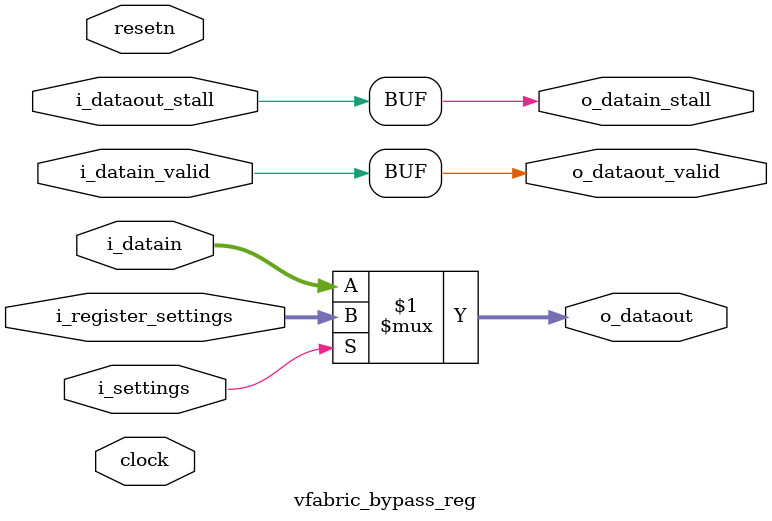
<source format=v>
    


module vfabric_bypass_reg(clock, resetn, 
  i_settings,
  i_register_settings,
	i_datain, i_datain_valid, o_datain_stall, 
	o_dataout, o_dataout_valid, i_dataout_stall);
parameter DATA_WIDTH = 32;

 input clock;
 input resetn;
 input i_settings;
 input [DATA_WIDTH-1:0] i_register_settings;
 input [DATA_WIDTH-1:0] i_datain;
 input i_datain_valid;
 output o_datain_stall;
 
 output [DATA_WIDTH-1:0] o_dataout;
 output o_dataout_valid;
 input i_dataout_stall;

 assign o_dataout = i_settings ? i_register_settings : i_datain;

 assign o_dataout_valid = i_datain_valid;
 assign o_datain_stall = i_dataout_stall;
 
endmodule

</source>
